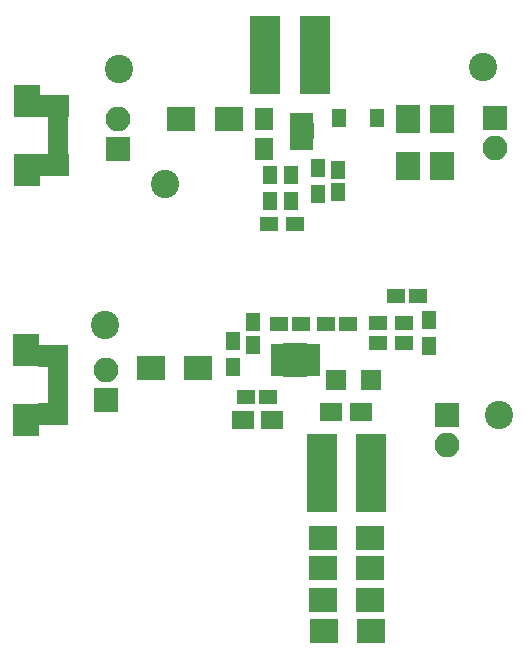
<source format=gbr>
G04 #@! TF.FileFunction,Soldermask,Top*
%FSLAX46Y46*%
G04 Gerber Fmt 4.6, Leading zero omitted, Abs format (unit mm)*
G04 Created by KiCad (PCBNEW 4.0.4-stable) date 07/27/17 22:09:25*
%MOMM*%
%LPD*%
G01*
G04 APERTURE LIST*
%ADD10C,0.100000*%
%ADD11R,1.600000X1.150000*%
%ADD12R,1.900000X1.650000*%
%ADD13R,1.650000X1.900000*%
%ADD14R,1.150000X1.600000*%
%ADD15R,2.100000X2.400000*%
%ADD16R,2.400000X2.000000*%
%ADD17R,1.300000X1.600000*%
%ADD18R,2.600000X6.700000*%
%ADD19R,2.550000X6.700000*%
%ADD20R,1.600000X1.300000*%
%ADD21R,1.700000X1.800000*%
%ADD22C,2.400000*%
%ADD23R,2.400000X2.100000*%
%ADD24R,2.100000X2.100000*%
%ADD25O,2.100000X2.100000*%
%ADD26R,1.780000X0.850000*%
%ADD27R,2.500000X1.875000*%
%ADD28R,2.300000X2.775000*%
%ADD29R,0.700000X1.100000*%
%ADD30R,2.000200X1.416000*%
%ADD31R,0.425400X0.425400*%
%ADD32R,1.250000X0.680000*%
%ADD33R,2.000000X2.900000*%
G04 APERTURE END LIST*
D10*
D11*
X104968000Y-102171500D03*
X106868000Y-102171500D03*
D12*
X101937500Y-110299500D03*
X104437500Y-110299500D03*
D11*
X102174000Y-108394500D03*
X104074000Y-108394500D03*
D13*
X103759000Y-84836000D03*
X103759000Y-87336000D03*
D14*
X102806500Y-103947000D03*
X102806500Y-102047000D03*
X109982000Y-91056500D03*
X109982000Y-89156500D03*
D11*
X110868500Y-102171500D03*
X108968500Y-102171500D03*
X114874000Y-99822000D03*
X116774000Y-99822000D03*
D15*
X115951000Y-84804500D03*
X115951000Y-88804500D03*
X118808500Y-84804500D03*
X118808500Y-88804500D03*
D12*
X111930500Y-109601000D03*
X109430500Y-109601000D03*
D16*
X112744000Y-120269000D03*
X108744000Y-120269000D03*
X112744000Y-122872500D03*
X108744000Y-122872500D03*
X112744000Y-125539500D03*
X108744000Y-125539500D03*
X112775500Y-128143000D03*
X108775500Y-128143000D03*
D17*
X113346500Y-84772500D03*
X110046500Y-84772500D03*
D18*
X108022500Y-79438500D03*
X103822500Y-79438500D03*
D19*
X112811200Y-114782600D03*
X108661200Y-114782600D03*
D17*
X101092000Y-103611500D03*
X101092000Y-105811500D03*
X108267500Y-89006500D03*
X108267500Y-91206500D03*
D20*
X115590500Y-102108000D03*
X113390500Y-102108000D03*
D17*
X104267000Y-89578000D03*
X104267000Y-91778000D03*
X106045000Y-91778000D03*
X106045000Y-89578000D03*
D20*
X113390500Y-103822500D03*
X115590500Y-103822500D03*
X106319500Y-93726000D03*
X104119500Y-93726000D03*
D17*
X117729000Y-104033500D03*
X117729000Y-101833500D03*
D21*
X109855000Y-106934000D03*
X112755000Y-106934000D03*
D22*
X95313500Y-90297000D03*
X91440000Y-80581500D03*
X122301000Y-80454500D03*
X123634500Y-109918500D03*
D23*
X98139000Y-105918000D03*
X94139000Y-105918000D03*
X100742500Y-84836000D03*
X96742500Y-84836000D03*
D24*
X91376500Y-87376000D03*
D25*
X91376500Y-84836000D03*
D24*
X123253500Y-84772500D03*
D25*
X123253500Y-87312500D03*
D24*
X119253000Y-109918500D03*
D25*
X119253000Y-112458500D03*
D26*
X86292500Y-87524900D03*
X86292500Y-86874900D03*
X86292500Y-86224900D03*
X86292500Y-85574900D03*
X86292500Y-84924900D03*
D27*
X85936900Y-88696800D03*
X85936900Y-83743800D03*
D28*
X83629500Y-83286600D03*
X83629500Y-89141300D03*
D26*
X86258400Y-108670400D03*
X86258400Y-108020400D03*
X86258400Y-107370400D03*
X86258400Y-106720400D03*
X86258400Y-106070400D03*
D27*
X85902800Y-109842300D03*
X85902800Y-104889300D03*
D28*
X83595400Y-104432100D03*
X83595400Y-110286800D03*
D24*
X90360500Y-108585000D03*
D25*
X90360500Y-106045000D03*
D22*
X90297000Y-102298500D03*
D29*
X106284001Y-86931500D03*
X106934000Y-86931500D03*
X107583999Y-86931500D03*
X107583999Y-84831500D03*
X106934000Y-84831500D03*
X106284001Y-84831500D03*
D30*
X106934000Y-85881500D03*
D31*
X106934000Y-85881500D03*
D32*
X104902000Y-104232199D03*
X104902000Y-104732201D03*
X104902000Y-105232200D03*
X104902000Y-105732199D03*
X104902000Y-106232201D03*
X107852002Y-106232201D03*
X107852002Y-105732199D03*
X107852002Y-105232200D03*
X107852002Y-104732201D03*
X107852002Y-104232199D03*
D33*
X106351601Y-105257600D03*
M02*

</source>
